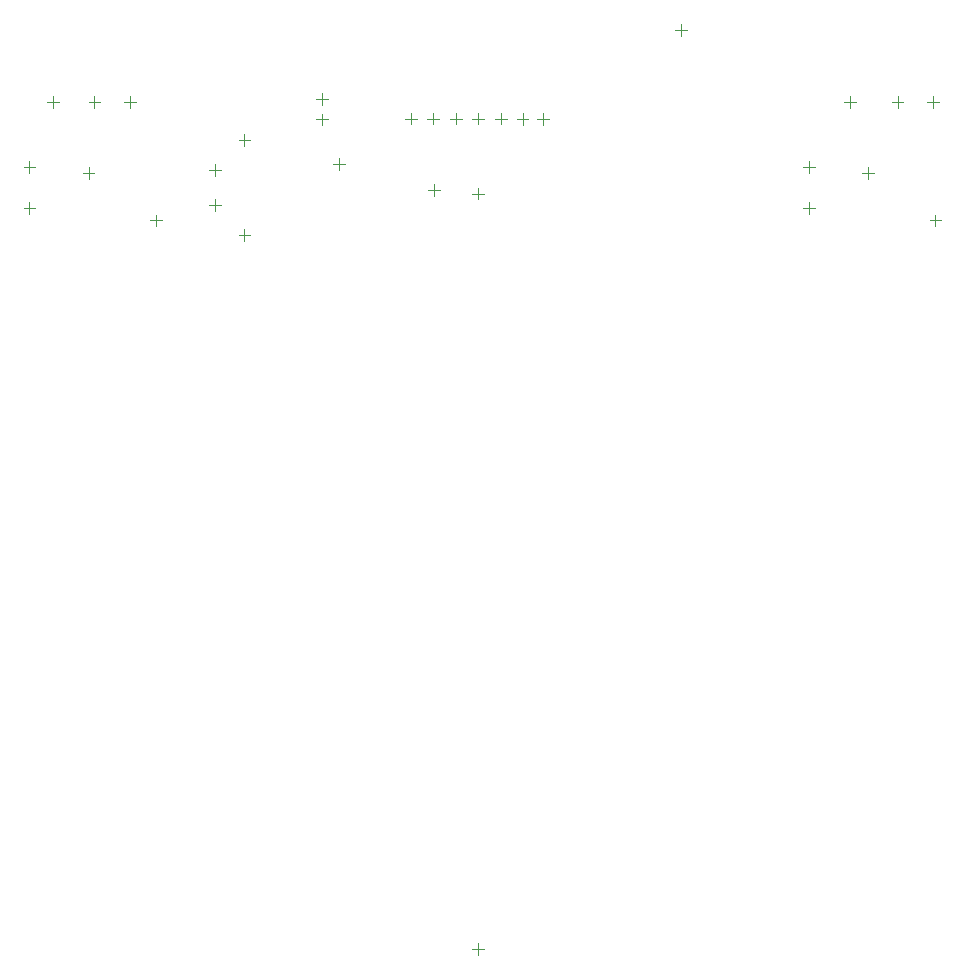
<source format=gbr>
%TF.GenerationSoftware,Altium Limited,Altium Designer,22.10.1 (41)*%
G04 Layer_Color=0*
%FSLAX45Y45*%
%MOMM*%
%TF.SameCoordinates,CC01BCFA-2ECF-4BF2-A349-93AF2CE8EC74*%
%TF.FilePolarity,Positive*%
%TF.FileFunction,Other,Top_Component_Center*%
%TF.Part,Single*%
G01*
G75*
%TA.AperFunction,NonConductor*%
%ADD51C,0.10000*%
D51*
X-2280000Y9600000D02*
X-2180000D01*
X-2230000Y9550000D02*
Y9650000D01*
X-2280000Y9300000D02*
X-2180000D01*
X-2230000Y9250000D02*
Y9350000D01*
X-1230000Y9650000D02*
X-1130000D01*
X-1180000Y9600000D02*
Y9700000D01*
X-1980000Y9800000D02*
Y9900000D01*
X-2030000Y9850000D02*
X-1930000D01*
X-1980000Y9000000D02*
Y9100000D01*
X-2030000Y9050000D02*
X-1930000D01*
X3250000Y9570000D02*
X3350000D01*
X3300000Y9520000D02*
Y9620000D01*
X3870200Y9120000D02*
Y9220000D01*
X3820200Y9170000D02*
X3920199D01*
X3850000Y10120000D02*
Y10220000D01*
X3800000Y10170000D02*
X3900000D01*
X2800000Y9225000D02*
Y9325000D01*
X2750000Y9275000D02*
X2850000D01*
X2800000Y9570000D02*
Y9670000D01*
X2750000Y9620000D02*
X2850000D01*
X3150000Y10120000D02*
Y10220000D01*
X3100000Y10170000D02*
X3200000D01*
X3550000Y10120000D02*
Y10220000D01*
X3500000Y10170000D02*
X3600000D01*
X1665000Y10782500D02*
X1765000D01*
X1715000Y10732500D02*
Y10832500D01*
X-3600000Y10120000D02*
Y10220000D01*
X-3650000Y10170000D02*
X-3550000D01*
X-3250000Y10120000D02*
Y10220000D01*
X-3300000Y10170000D02*
X-3200000D01*
X-2950000Y10120000D02*
Y10220000D01*
X-3000000Y10170000D02*
X-2900000D01*
X-3800000Y9225000D02*
Y9325000D01*
X-3850000Y9275000D02*
X-3750000D01*
X-2729800Y9120000D02*
Y9220000D01*
X-2779800Y9170000D02*
X-2679800D01*
X-1325000Y9975000D02*
Y10075000D01*
X-1375000Y10025000D02*
X-1275000D01*
X-1325000Y10150000D02*
Y10250000D01*
X-1375000Y10200000D02*
X-1275000D01*
X-431000Y10033000D02*
X-331000D01*
X-381000Y9983000D02*
Y10083000D01*
X140500Y10033000D02*
X240500D01*
X190500Y9983000D02*
Y10083000D01*
X-621500Y10033000D02*
X-521500D01*
X-571500Y9983000D02*
Y10083000D01*
X-240500Y10033000D02*
X-140500D01*
X-190500Y9983000D02*
Y10083000D01*
X500000Y10029801D02*
X600000D01*
X550000Y9979801D02*
Y10079801D01*
X-50000Y3000000D02*
X50000D01*
X0Y2950000D02*
Y3050000D01*
X-3350000Y9570000D02*
X-3250000D01*
X-3300000Y9520000D02*
Y9620000D01*
X-3850000Y9625000D02*
X-3750000D01*
X-3800000Y9575000D02*
Y9675000D01*
X-50000Y9398000D02*
X50000D01*
X0Y9348000D02*
Y9448000D01*
X375000Y9977330D02*
Y10077329D01*
X325000Y10027329D02*
X425000D01*
X0Y9983000D02*
Y10083000D01*
X-50000Y10033000D02*
X50000D01*
X-375000Y9375000D02*
Y9475000D01*
X-425000Y9425000D02*
X-325000D01*
%TF.MD5,ab5867baf4bbd9a4241e66d2529af02c*%
M02*

</source>
